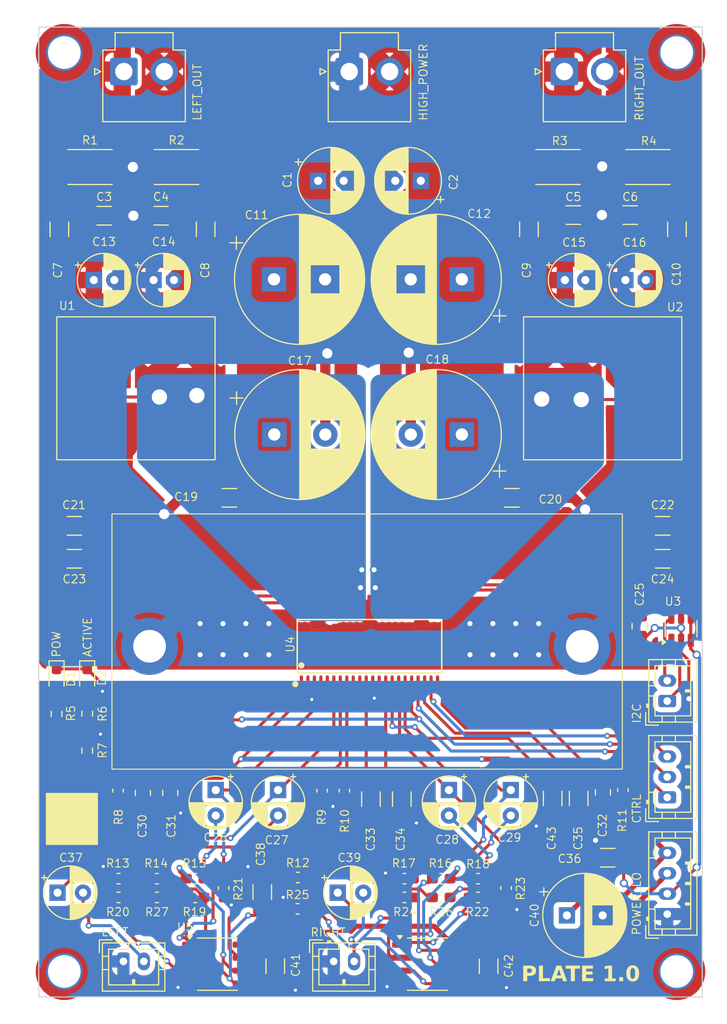
<source format=kicad_pcb>
(kicad_pcb (version 20240108) (generator "pcbnew") (generator_version "8.0")
  (layers (0 "F.Cu" signal) (31 "B.Cu" signal) (34 "B.Paste" user) (35 "F.Paste" user) (36 "B.SilkS" user "B.Silkscreen") (37 "F.SilkS" user "F.Silkscreen") (38 "B.Mask" user) (39 "F.Mask" user) (44 "Edge.Cuts" user))
  (net 0 "")
  (net 1 "GND")
  (net 2 "3V3")
  (net 3 "CLIP")
  (net 4 "RESET")
  (net 5 "FAULT")
  (net 6 "48V")
  (net 7 "RIGHT_A")
  (net 8 "LEFT_A")
  (net 9 "12V")
  (net 10 "SPEAKERL_POS")
  (net 11 "SPEAKERL_NEG")
  (net 12 "LEFT_IN")
  (net 13 "SPEAKERR_POS")
  (net 14 "SPEAKERR_NEG")
  (net 15 "RIGHT_IN")
  (net 16 "OUTA")
  (net 17 "OUTC")
  (net 18 "OUTD")
  (net 19 "OUTB")
  (net 20 "RIGHT_B")
  (net 21 "LEFT_B")
  (net 22 "Net-(C7-Pad2)")
  (net 23 "Net-(C8-Pad1)")
  (net 24 "Net-(C9-Pad2)")
  (net 25 "Net-(C10-Pad1)")
  (net 26 "Net-(U5A--)")
  (net 27 "Net-(D1-A)")
  (net 28 "Net-(U5B--)")
  (net 29 "4.75V")
  (net 30 "9.5V")
  (net 31 "SCL")
  (net 32 "SDA")
  (net 33 "Net-(D2-A)")
  (net 34 "Net-(U4-BST_B)")
  (net 35 "Net-(U4-BST_C)")
  (net 36 "Net-(U4-BST_A)")
  (net 37 "Net-(U4-BST_D)")
  (net 38 "Net-(C27-Pad2)")
  (net 39 "Net-(U6A--)")
  (net 40 "Net-(C29-Pad2)")
  (net 41 "Net-(U4-GVDD_AB)")
  (net 42 "Net-(U4-GVDD_CD)")
  (net 43 "Net-(U4-DVDD)")
  (net 44 "Net-(U4-AVDD)")
  (net 45 "Net-(U4-VBG)")
  (net 46 "Net-(U4-OC_ADJ)")
  (net 47 "Net-(U4-FREQ_ADJ)")
  (net 48 "Net-(U6B--)")
  (net 51 "PGND")
  (net 52 "Net-(C26-Pad2)")
  (net 53 "Net-(C28-Pad2)")
  (net 54 "Net-(C37-Pad1)")
  (net 55 "Net-(C39-Pad1)")
  (net 56 "Net-(U4-C_START)")
  (footprint "Capacitor_THT:CP_Radial_D5.0mm_P2.00mm" (layer "F.Cu") (at 105.55 83.025)
    (property "Reference" "C13")
    (property "Value" "1u 50V")
  )
  (footprint "Capacitor_SMD:C_0603_1608Metric_Pad1.08x0.95mm_HandSolder" (layer "F.Cu") (at 125.530112 141.5375)
    (property "Reference" "R12")
    (property "Value" "10k")
  )
  (footprint "Resistor_SMD:R_2512_6332Metric_Pad1.40x3.35mm_HandSolder" (layer "F.Cu") (at 151.025 71.95)
    (property "Reference" "R3")
    (property "Value" "3R3")
  )
  (footprint "Package_SO:SOIC-8_3.9x4.9mm_P1.27mm" (layer "F.Cu") (at 138.225 150.025)
    (property "Reference" "U6" (hide yes))
    (property "Value" "OPA1602")
  )
  (footprint "Capacitor_SMD:C_0603_1608Metric_Pad1.08x0.95mm_HandSolder" (layer "F.Cu") (at 143.1875 141.649873)
    (property "Reference" "R18")
    (property "Value" "10k")
  )
  (footprint "Connector_JST:JST_PH_B3B-PH-K_1x03_P2.00mm_Vertical" (layer "F.Cu") (at 161.725 133.6905 90)
    (property "Reference" "J5" (hide yes))
    (property "Value" "Conn_01x03_Pin")
  )
  (footprint "Connector_JST:JST_VH_B2P-VH-B_1x02_P3.96mm_Vertical" (layer "F.Cu") (at 108.4925 62.6)
    (property "Reference" "J1" (hide yes))
    (property "Value" "Conn_01x02_Pin")
  )
  (footprint "Capacitor_THT:CP_Radial_D6.3mm_P2.50mm" (layer "F.Cu") (at 137.58238 73.3 180)
    (property "Reference" "C2")
    (property "Value" "47U 50V")
  )
  (footprint "Connector_JST:JST_PH_B2B-PH-K_1x02_P2.00mm_Vertical" (layer "F.Cu") (at 108.45 149.755)
    (property "Reference" "J7" (hide yes))
    (property "Value" "Conn_01x02_Pin")
  )
  (footprint "Custom:UA8014-AL" (layer "F.Cu") (at 109.775 93.725 180)
    (property "Reference" "U1")
    (property "Value" "~")
  )
  (footprint "Connector_JST:JST_PH_B2B-PH-K_1x02_P2.00mm_Vertical" (layer "F.Cu") (at 161.725 124.256 90)
    (property "Reference" "J4" (hide yes))
    (property "Value" "Conn_01x02_Pin")
  )
  (footprint "MountingHole:MountingHole_3.2mm_M3_DIN965_Pad_TopBottom" (layer "F.Cu") (at 153.4 118.89)
    (property "Reference" "H4" (hide yes))
    (property "Value" "MountingHole_Pad")
  )
  (footprint "Capacitor_SMD:C_1206_3216Metric_Pad1.33x1.80mm_HandSolder" (layer "F.Cu") (at 152.525 76.6575)
    (property "Reference" "C5")
    (property "Value" "1n 50V C0G")
  )
  (footprint "MountingHole:MountingHole_3.2mm_M3_DIN965_Pad_TopBottom" (layer "F.Cu") (at 111.01 118.89 90)
    (property "Reference" "H3" (hide yes))
    (property "Value" "MountingHole_Pad")
  )
  (footprint "Capacitor_SMD:C_1206_3216Metric_Pad1.33x1.80mm_HandSolder" (layer "F.Cu") (at 161.282934 110.318)
    (property "Reference" "C24")
    (property "Value" "33n 100V")
  )
  (footprint "Capacitor_SMD:C_1206_3216Metric_Pad1.33x1.80mm_HandSolder" (layer "F.Cu") (at 155.9 139.6 180)
    (property "Reference" "C36")
    (property "Value" "10u 50V")
  )
  (footprint "MountingHole:MountingHole_3.2mm_M3_DIN965_Pad_TopOnly" (layer "F.Cu") (at 162.655 150.74 -90)
    (property "Reference" "H6" (hide yes))
    (property "Value" "MountingHole")
  )
  (footprint "MountingHole:MountingHole_3.2mm_M3_DIN965_Pad_TopOnly" (layer "F.Cu") (at 162.655 60.74 -90)
    (property "Reference" "H2" (hide yes))
    (property "Value" "MountingHole")
  )
  (footprint "MountingHole:MountingHole_3.2mm_M3_DIN965_Pad_TopOnly" (layer "F.Cu") (at 102.655 150.74 -90)
    (property "Reference" "H5" (hide yes))
    (property "Value" "MountingHole")
  )
  (footprint "Capacitor_THT:CP_Radial_D5.0mm_P2.50mm" (layer "F.Cu") (at 146.4 132.969888 -90)
    (property "Reference" "C29")
    (property "Value" "10u Nichicon 25V")
  )
  (footprint "Capacitor_SMD:C_0603_1608Metric_Pad1.08x0.95mm_HandSolder" (layer "F.Cu") (at 115.480449 143.489873)
    (property "Reference" "R19")
    (property "Value" "13k")
  )
  (footprint "Package_SO:SOIC-8_3.9x4.9mm_P1.27mm" (layer "F.Cu") (at 117.65 150.025)
    (property "Reference" "U5")
    (property "Value" "OPA1602")
  )
  (footprint "Capacitor_SMD:C_0603_1608Metric_Pad1.08x0.95mm_HandSolder" (layer "F.Cu") (at 115.480449 141.649873)
    (property "Reference" "R15")
    (property "Value" "10k")
  )
  (footprint "Capacitor_SMD:C_1206_3216Metric_Pad1.33x1.80mm_HandSolder" (layer "F.Cu") (at 103.644 110.318 180)
    (property "Reference" "C23")
    (property "Value" "33n 100V")
  )
  (footprint "Capacitor_THT:CP_Radial_D5.0mm_P2.50mm" (layer "F.Cu") (at 123.6 132.969888 -90)
    (property "Reference" "C27")
    (property "Value" "10u Nichicon 25V")
  )
  (footprint "Capacitor_SMD:C_1206_3216Metric_Pad1.33x1.80mm_HandSolder" (layer "F.Cu") (at 158.1 76.6575)
    (property "Reference" "C6")
    (property "Value" "1n 50V C0G")
  )
  (footprint "Resistor_SMD:R_0603_1608Metric_Pad0.98x0.95mm_HandSolder" (layer "F.Cu") (at 104.9 125.5 90)
    (property "Reference" "R6")
    (property "Value" "330R")
  )
  (footprint "Capacitor_SMD:C_0603_1608Metric_Pad1.08x0.95mm_HandSolder" (layer "F.Cu") (at 107.980449 143.489873)
    (property "Reference" "R20")
    (property "Value" "20k")
  )
  (footprint "Resistor_SMD:R_2512_6332Metric_Pad1.40x3.35mm_HandSolder" (layer "F.Cu") (at 105.175 71.95)
    (property "Reference" "R1")
    (property "Value" "3R3")
  )
  (footprint "Capacitor_SMD:C_0805_2012Metric_Pad1.18x1.45mm_HandSolder" (layer "F.Cu") (at 113.038145 133.260113 90)
    (property "Reference" "C31")
    (property "Value" "0.1u")
  )
  (footprint "Capacitor_SMD:C_1206_3216Metric_Pad1.33x1.80mm_HandSolder" (layer "F.Cu") (at 118.825 104.35 180)
    (property "Reference" "C19")
    (property "Value" "1U X7R 50V")
  )
  (footprint "Capacitor_THT:CP_Radial_D5.0mm_P2.50mm" (layer "F.Cu") (at 129.444888 143.025)
    (property "Reference" "C39")
    (property "Value" "10u Nichicon 25V")
  )
  (footprint "Capacitor_THT:CP_Radial_D12.5mm_P5.00mm" (layer "F.Cu") (at 123.203123 82.95)
    (property "Reference" "C11")
    (property "Value" "1000U 50V")
  )
  (footprint "Capacitor_SMD:C_1206_3216Metric_Pad1.33x1.80mm_HandSolder" (layer "F.Cu") (at 162.675 78.05 -90)
    (property "Reference" "C10")
    (property "Value" "10n 50V C0G")
  )
  (footprint "Capacitor_SMD:C_0603_1608Metric_Pad1.08x0.95mm_HandSolder" (layer "F.Cu") (at 143.1875 143.489873)
    (property "Reference" "R22")
    (property "Value" "13k")
  )
  (footprint "Capacitor_SMD:C_0805_2012Metric_Pad1.18x1.45mm_HandSolder" (layer "F.Cu") (at 155.425776 133.2 -90)
    (property "Reference" "C32")
    (property "Value" "0.1u")
  )
  (footprint "Capacitor_THT:CP_Radial_D12.5mm_P5.00mm" (layer "F.Cu") (at 141.6 98.15 180)
    (property "Reference" "C18")
    (property "Value" "1000U 50V")
  )
  (footprint "Capacitor_SMD:C_0603_1608Metric_Pad1.08x0.95mm_HandSolder" (layer "F.Cu") (at 118.267949 142.569873 90)
    (property "Reference" "R21")
    (property "Value" "20k")
  )
  (footprint "Capacitor_SMD:C_1206_3216Metric_Pad1.33x1.80mm_HandSolder" (layer "F.Cu") (at 161.282934 107.093)
    (property "Reference" "C22")
    (property "Value" "33n 100V")
  )
  (footprint "Connector_JST:JST_PH_B4B-PH-K_1x04_P2.00mm_Vertical" (layer "F.Cu") (at 161.725 145.125 90)
    (property "Reference" "J6" (hide yes))
    (property "Value" "Conn_01x04_Pin")
  )
  (footprint "Capacitor_SMD:C_0603_1608Metric_Pad1.08x0.95mm_HandSolder" (layer "F.Cu") (at 107.924485 133.030113 90)
    (property "Reference" "R8")
    (property "Value" "3R3")
  )
  (footprint "Resistor_SMD:R_2512_6332Metric_Pad1.40x3.35mm_HandSolder" (layer "F.Cu") (at 113.651653 71.95)
    (property "Reference" "R2")
    (property "Value" "3R3")
  )
  (footprint "Capacitor_SMD:C_1206_3216Metric_Pad1.33x1.80mm_HandSolder" (layer "F.Cu") (at 106.5625 76.72)
    (property "Reference" "C3")
    (property "Value" "1n 50V C0G")
  )
  (footprint "Capacitor_SMD:C_1206_3216Metric_Pad1.33x1.80mm_HandSolder" (layer "F.Cu") (at 112.13783 76.72)
    (property "Reference" "C4")
    (property "Value" "1n 50V C0G")
  )
  (footprint "LED_SMD:LED_0603_1608Metric_Pad1.05x0.95mm_HandSolder" (layer "F.Cu") (at 104.9 121.98 -90)
    (property "Reference" "D2")
    (property "Value" "RED")
  )
  (footprint "Connector_JST:JST_VH_B2P-VH-B_1x02_P3.96mm_Vertical" (layer "F.Cu") (at 130.5675 62.6)
    (property "Reference" "J2" (hide yes))
    (property "Value" "Conn_01x02_Pin")
  )
  (footprint "Capacitor_SMD:C_0603_1608Metric_Pad1.08x0.95mm_HandSolder" (layer "F.Cu") (at 157.383664 132.97 90)
    (property "Reference" "R11")
    (property "Value" "3R3")
  )
  (footprint "Capacitor_THT:CP_Radial_D5.0mm_P2.00mm" (layer "F.Cu") (at 157.625 83.025)
    (property "Reference" "C16")
    (property "Value" "1u 50V")
  )
  (footprint "Capacitor_THT:CP_Radial_D12.5mm_P5.00mm" (layer "F.Cu") (at 123.227082 98.15)
    (property "Reference" "C17")
    (property "Value" "1000U 50V")
  )
  (footprint "Capacitor_THT:CP_Radial_D6.3mm_P2.50mm" (layer "F.Cu") (at 127.525 73.3)
    (property "Reference" "C1")
    (property "Value" "47U 50V")
  )
  (footprint "Package_TO_SOT_SMD:SOT-23-6" (layer "F.Cu") (at 163.08 117.176 90)
    (property "Reference" "U3")
    (property "Value" "TMP100")
  )
  (footprint "Capacitor_SMD:C_0805_2012Metric_Pad1.18x1.45mm_HandSolder" (layer "F.Cu") (at 110.356315 133.260113 -90)
    (property "Reference" "C30")
    (property "Value" "0.1u")
  )
  (footprint "Resistor_SMD:R_0603_1608Metric_Pad0.98x0.95mm_HandSolder" (layer "F.Cu") (at 104.9 129.1125 90)
    (property "Reference" "R7")
    (property "Value" "4.7K")
  )
  (footprint "Capacitor_SMD:C_0805_2012Metric_Pad1.18x1.45mm_HandSolder" (layer "F.Cu") (at 159.016 116.922 90)
    (property "Reference" "C25")
    (property "Value" "0.1u")
  )
  (footprint "Capacitor_SMD:C_1206_3216Metric_Pad1.33x1.80mm_HandSolder" (layer "F.Cu") (at 103.644 107.093 180)
    (property "Reference" "C21")
    (property "Value" "33n 100V")
  )
  (footprint "Capacitor_SMD:C_1206_3216Metric_Pad1.33x1.80mm_HandSolder" (layer "F.Cu") (at 153.047888 133.8 90)
    (property "Reference" "C35")
    (property "Value" "1u")
  )
  (footprint "Capacitor_SMD:C_1206_3216Metric_Pad1.33x1.80mm_HandSolder" (layer "F.Cu") (at 146.5 104.35)
    (property "Reference" "C20")
    (property "Value" "1U X7R 50V")
  )
  (footprint "Capacitor_SMD:C_1206_3216Metric_Pad1.33x1.80mm_HandSolder" (layer "F.Cu") (at 144.225 150.245 -90)
    (property "Reference" "C42")
    (property "Value" "10u 50V")
  )
  (footprint "Capacitor_THT:CP_Radial_D5.0mm_P2.00mm" (layer "F.Cu") (at 151.694888 83.025)
    (property "Reference" "C15")
    (property "Value" "1u 50V")
  )
  (footprint "Capacitor_SMD:C_0603_1608Metric_Pad1.08x0.95mm_HandSolder" (layer "F.Cu") (at 139.5875 141.649873)
    (property "Reference" "R16")
    (property "Value" "10k")
  )
  (footprint "Capacitor_SMD:C_1206_3216Metric_Pad1.33x1.80mm_HandSolder" (layer "F.Cu") (at 102.175 78.05 90)
    (property "Reference" "C7")
    (property "Value" "10n 50V C0G")
  )
  (footprint "Capacitor_SMD:C_0603_1608Metric_Pad1.08x0.95mm_HandSolder" (layer "F.Cu") (at 125.505112 144.6125)
    (property "Reference" "R25")
    (property "Value" "10k")
  )
  (footprint "Capacitor_THT:CP_Radial_D5.0mm_P2.50mm" (layer "F.Cu") (at 117.489975 132.969888 -90)
    (property "Reference" "C26")
    (property "Value" "10u Nichicon 25V")
  )
  (footprint "Capacitor_SMD:C_0603_1608Metric_Pad1.08x0.95mm_HandSolder" (layer "F.Cu") (at 107.980449 141.649873)
    (property "Reference" "R13")
    (property "Value" "20k")
  )
  (footprint "Capacitor_SMD:C_1206_3216Metric_Pad1.33x1.80mm_HandSolder" (layer "F.Cu") (at 135.719125 133.860113 90)
    (property "Reference" "C34")
    (property "Value" "1u")
  )
  (footprint "Custom:UA8014-AL" (layer "F.Cu") (at 155.5 93.725 180)
    (property "Reference" "U2")
    (property "Value" "~")
  )
  (footprint "Capacitor_SMD:C_1206_3216Metric_Pad1.33x1.80mm_HandSolder" (layer "F.Cu") (at 116.501653 78.05 -90)
    (property "Reference" "C8")
    (property "Value" "10n 50V C0G")
  )
  (footprint "Capacitor_THT:CP_Radial_D5.0mm_P2.50mm" (layer "F.Cu") (at 140.340955 132.969888 -90)
    (property "Reference" "C28")
    (property "Value" "10u Nichicon 25V")
  )
  (footprint "Capacitor_SMD:C_1206_3216Metric_Pad1.33x1.80mm_HandSolder" (layer "F.Cu") (at 122.05 142.9625 90)
    (property "Reference" "C38")
    (property "Value" "47u")
  )
  (footprint "Capacitor_SMD:C_0603_1608Metric_Pad1.08x0.95mm_HandSolder" (layer "F.Cu") (at 139.5875 143.489873 180)
    (property "Reference" "R26")
    (property "Value" "10k")
  )
  (footprint "Capacitor_SMD:C_0603_1608Metric_Pad1.08x0.95mm_HandSolder" (layer "F.Cu") (at 135.9875 141.649873)
    (property "Reference" "R17")
    (property "Value" "20k")
  )
  (footprint "Capacitor_SMD:C_1206_3216Metric_Pad1.33x1.80mm_HandSolder" (layer "F.Cu") (at 132.697295 133.860113 90)
    (property "Reference" "C33")
    (property "Value" "1u")
  )
  (footprint "Capacitor_SMD:C_0603_1608Metric_Pad1.08x0.95mm_HandSolder" (layer "F.Cu") (at 111.730449 141.649873)
    (property "Reference" "R14")
    (property "Value" "10k")
  )
  (footprint "Capacitor_THT:CP_Radial_D8.0mm_P3.50mm" (layer "F.Cu") (at 151.897349 145.25)
    (property "Reference" "C40")
    (property "Value" "470u 16V")
  )
  (footprint "Capacitor_THT:CP_Radial_D5.0mm_P2.00mm" (layer "F.Cu") (at 111.4 83.025)
    (property "Reference" "C14")
    (property "Value" "1u 50V")
  )
  (footprint "Connector_JST:JST_PH_B2B-PH-K_1x02_P2.00mm_Vertical" (layer "F.Cu") (at 129.05 149.755)
    (property "Reference" "J8" (hide yes))
    (property "Value" "Conn_01x02_Pin")
  )
  (footprint "Capacitor_SMD:C_1206_3216Metric_Pad1.33x1.80mm_HandSolder" (layer "F.Cu") (at 148.175 78.05 90)
    (property "Reference" "C9")
    (property "Value" "10n 50V C0G")
  )
  (footprint "Resistor_SMD:R_0603_1608Metric_Pad0.98x0.95mm_HandSolder" (layer "F.Cu") (at 101.9 125.5125 90)
    (property "Reference" "R5")
    (property "Value" "3K")
  )
  (footprint "Capacitor_SMD:C_0603_1608Metric_Pad1.08x0.95mm_HandSolder" (layer "F.Cu") (at 130.095465 133.030113 90)
    (property "Reference" "R10")
    (property "Value" "30k")
  )
  (footprint "MountingHole:MountingHole_3.2mm_M3_DIN965_Pad_TopOnly" (layer "F.Cu") (at 102.655 60.74 -90)
    (property "Reference" "H1" (hide yes))
    (property "Value" "MountingHole")
  )
  (footprint "Capacitor_SMD:C_0603_1608Metric_Pad1.08x0.95mm_HandSolder" (layer "F.Cu") (at 135.9875 143.489873)
    (property "Reference" "R24")
    (property "Value" "20k")
  )
  (footprint "Resistor_SMD:R_2512_6332Metric_Pad1.40x3.35mm_HandSolder" (layer "F.Cu") (at 159.825 71.95)
    (property "Reference" "R4")
    (property "Value" "3R3")
  )
  (footprint "Capacitor_SMD:C_0603_1608Metric_Pad1.08x0.95mm_HandSolder" (layer "F.Cu") (at 127.913635 133.030113 90)
    (property "Reference" "R9")
    (property "Value" "22k")
  )
  (footprint "Capacitor_THT:CP_Radial_D5.0mm_P2.50mm" (layer "F.Cu") (at 101.994888 143.025)
    (property "Reference" "C37")
    (property "Value" "10u Nichicon 25V")
  )
  (footprint "Capacitor_SMD:C_0603_1608Metric_Pad1.08x0.95mm_HandSolder" (layer "F.Cu") (at 111.730449 143.489873 180)
    (property "Reference" "R27")
    (property "Value" "10k")
  )
  (footprint "Capacitor_SMD:C_1206_3216Metric_Pad1.33x1.80mm_HandSolder" (layer "F.Cu") (at 123.325 150.225 -90)
    (property "Reference" "C41")
    (property "Value" "10u 50V")
  )
  (footprint "Capacitor_SMD:C_1206_3216Metric_Pad1.33x1.80mm_HandSolder" (layer "F.Cu") (at 150.5 133.8 90)
    (property "Reference" "C43")
    (property "Value" "47u")
  )
  (footprint "Capacitor_SMD:C_0603_1608Metric_Pad1.08x0.95mm_HandSolder" (layer "F.Cu") (at 145.9375 142.569873 90)
    (property "Reference" "R23")
    (property "Value" "20k")
  )
  (footprint "LED_SMD:LED_0603_1608Metric_Pad1.05x0.95mm_HandSolder" (layer "F.Cu") (at 101.9 121.98 -90)
    (property "Reference" "D1")
    (property "Value" "BLUE")
  )
  (footprint "Connector_JST:JST_VH_B2P-VH-B_1x02_P3.96mm_Vertical" (layer "F.Cu") (at 151.6425 62.6)
    (property "Reference" "J3" (hide yes))
    (property "Value" "Conn_01x02_Pin")
  )
  (footprint "Capacitor_THT:CP_Radial_D12.5mm_P5.00mm" (layer "F.Cu") (at 141.6 82.95 180)
    (property "Reference" "C12")
    (property "Value" "1000U 50V")
  )
  (footprint "easyeda2kicad:HTSSOP-44_L14.0-W6.1-P0.64-LS8.1-BL-EP" (layer "F.Cu") (at 132.555 118.89)
    (property "Reference" "U4")
    (property "Value" "TPA3255DDV")
  )
  (gr_line (start 104.9 124.5) (end 104.9 123) (stroke (width 0.2)) (layer "F.Cu") (net 33))
  (gr_rect (start 107.325 105.925) (end 157.325 130.925) (stroke (width 0.1)) (fill none) (layer "F.SilkS"))
  (gr_rect (start 100.9 133.3) (end 105.9 138.3) (stroke (width 0.1)) (fill solid) (layer "F.SilkS"))
  (gr_line (start 100.155 58.24) (end 165.155 58.24) (stroke (width 0.1)) (layer "Edge.Cuts"))
  (gr_line (start 165.155 153.24) (end 165.155 58.24) (stroke (width 0.1)) (layer "Edge.Cuts"))
  (gr_line (start 165.155 153.24) (end 100.155 153.24) (stroke (width 0.1)) (layer "Edge.Cuts"))
  (gr_line (start 100.155 153.24) (end 100.155 58.24) (stroke (width 0.1)) (layer "Edge.Cuts"))
  (gr_text "HIGH_POWER" (at 138.3 67.475 90) (layer "F.SilkS") (effects (font (size 0.8 0.8) (thickness 0.1)) (justify left bottom)))
  (gr_text "LEFT" (at 106.225 147.35 0) (layer "F.SilkS") (effects (font (size 0.8 0.8) (thickness 0.1)) (justify left bottom)))
  (gr_text "LEFT_OUT" (at 116.15 67.475 90) (layer "F.SilkS") (effects (font (size 0.8 0.8) (thickness 0.1)) (justify left bottom)))
  (gr_text "I2C" (at 159.2 126.5 90) (layer "F.SilkS") (effects (font (size 0.8 0.8) (thickness 0.1)) (justify left bottom)))
  (gr_text "RIGHT" (at 126.725 147.375 0) (layer "F.SilkS") (effects (font (size 0.8 0.8) (thickness 0.1)) (justify left bottom)))
  (gr_text "ACTIVE" (at 105.4 120 90) (layer "F.SilkS") (effects (font (size 0.8 0.8) (thickness 0.1)) (justify left bottom)))
  (gr_text "POW" (at 102.35 120.03 90) (layer "F.SilkS") (effects (font (size 0.8 0.8) (thickness 0.1)) (justify left bottom)))
  (gr_text "PLATE 1.0\n" (at 159.075 151.95 0) (layer "F.SilkS") (effects (font (size 1.5 1.5) (thickness 0.2) (bold yes)) (justify right bottom)))
  (gr_text "RIGHT_OUT" (at 159.463215 67.475 90) (layer "F.SilkS") (effects (font (size 0.8 0.8) (thickness 0.1)) (justify left bottom)))
  (gr_text "POWER_LO" (at 159.2 147.25 90) (layer "F.SilkS") (effects (font (size 0.8 0.8) (thickness 0.1)) (justify left bottom)))
  (gr_text "CTRL\n" (at 159.2 136.3 90) (layer "F.SilkS") (effects (font (size 0.8 0.8) (thickness 0.1)) (justify left bottom)))
  (segment (start 123.325 151.7875) (end 124.5125 151.7875) (width 0.3) (layer "F.Cu") (net 1))
  (segment (start 135.719125 135.422613) (end 132.697295 135.422613) (width 0.3) (layer "F.Cu") (net 1))
  (segment (start 132.875 122.6) (end 133.505 122.6) (width 0.3) (layer "F.Cu") (net 1))
  (segment (start 104.9 121.105) (end 101.9 121.105) (width 0.3) (layer "F.Cu") (net 1))
  (segment (start 150.0375 135.3625) (end 148.9 136.5) (width 0.3) (layer "F.Cu") (net 1))
  (segment (start 163.842 120.278894) (end 163.842 124.034) (width 0.3) (layer "F.Cu") (net 1))
  (segment (start 145.4575 151.8075) (end 145.975 152.325) (width 0.3) (layer "F.Cu") (net 1))
  (segment (start 154.15 139.6) (end 154.15 138.45) (width 0.3) (layer "F.Cu") (net 1))
  (segment (start 159.016 117.9595) (end 159.6405 117.9595) (width 0.3) (layer "F.Cu") (net 1))
  (segment (start 128.975 133.892613) (end 128.975 134.575) (width 0.3) (layer "F.Cu") (net 1))
  (segment (start 163.08 117.1) (end 163.08 118.3135) (width 0.3) (layer "F.Cu") (net 1))
  (segment (start 145.9375 143.6125) (end 147 144.675) (width 0.3) (layer "F.Cu") (net 1))
  (segment (start 107.117949 141.649873) (end 107.117949 141.092949) (width 0.3) (layer "F.Cu") (net 1))
  (segment (start 130.095465 133.892613) (end 128.975 133.892613) (width 0.3) (layer "F.Cu") (net 1))
  (segment (start 113.038145 134.297613) (end 110.356315 134.297613) (width 0.3) (layer "F.Cu") (net 1))
  (segment (start 159.6405 117.9595) (end 160.5 117.1) (width 0.3) (layer "F.Cu") (net 1))
  (segment (start 136.372613 135.422613) (end 137.15 136.2) (width 0.3) (layer "F.Cu") (net 1))
  (segment (start 135.125 141.649873) (end 134.674873 141.649873) (width 0.3) (layer "F.Cu") (net 1))
  (segment (start 144.225 151.8075) (end 145.4575 151.8075) (width 0.3) (layer "F.Cu") (net 1))
  (segment (start 104.9 128.2) (end 105.5 128.2) (width 0.3) (layer "F.Cu") (net 1))
  (segment (start 134.57 151.93) (end 134.275 152.225) (width 0.3) (layer "F.Cu") (net 1))
  (segment (start 124.5125 151.7875) (end 125.3 152.575) (width 0.3) (layer "F.Cu") (net 1))
  (segment (start 115.175 151.93) (end 114.17 151.93) (width 0.3) (layer "F.Cu") (net 1))
  (segment (start 114.17 151.93) (end 113.8 152.3) (width 0.3) (layer "F.Cu") (net 1))
  (segment (start 127.155 123.845) (end 126.9 124.1) (width 0.3) (layer "F.Cu") (net 1))
  (segment (start 107.117949 141.092949) (end 106.475 140.45) (width 0.3) (layer "F.Cu") (net 1))
  (segment (start 127.155 122.6) (end 127.155 123.845) (width 0.3) (layer "F.Cu") (net 1))
  (segment (start 154.172888 134.2375) (end 153.047888 135.3625) (width 0.3) (layer "F.Cu") (net 1))
  (segment (start 128.975 133.892613) (end 127.913635 133.892613) (width 0.3) (layer "F.Cu") (net 1))
  (segment (start 127.155 122.6) (end 127.795 122.6) (width 0.3) (layer "F.Cu") (net 1))
  (segment (start 154.15 138.45) (end 154.7 137.9) (width 0.3) (layer "F.Cu") (net 1))
  (segment (start 121.575 141.4) (end 120.65 140.475) (width 0.3) (layer "F.Cu") (net 1))
  (segment (start 113.122613 134.297613) (end 114.05 135.225) (width 0.3) (layer "F.Cu") (net 1))
  (segment (start 104.9 121.105) (end 106.4 122.605) (width 0.3) (layer "F.Cu") (net 1))
  (segment (start 150.5 135.3625) (end 153.047888 135.3625) (width 0.3) (layer "F.Cu") (net 1))
  (segment (start 134.674873 141.649873) (end 134.125 141.1) (width 0.3) (layer "F.Cu") (net 1))
  (segment (start 124.642612 144.017612) (end 124.1 143.475) (width 0.3) (layer "F.Cu") (net 1))
  (segment (start 105.5 128.2) (end 106.2 127.5) (width 0.3) (layer "F.Cu") (net 1))
  (segment (start 163.08 116.0385) (end 163.08 117.1) (width 0.3) (layer "F.Cu") (net 1))
  (segment (start 135.75 151.93) (end 134.57 151.93) (width 0.3) (layer "F.Cu") (net 1))
  (segment (start 124.642612 144.6125) (end 124.642612 144.017612) (width 0.3) (layer "F.Cu") (net 1))
  (segment (start 132.875 122.6) (end 132.875 123.825) (width 0.3) (layer "F.Cu") (net 1))
  (segment (start 155.425776 134.2375) (end 154.172888 134.2375) (width 0.3) (layer "F.Cu") (net 1))
  (segment (start 106.4 122.605) (end 106.4 123.3) (width 0.3) (layer "F.Cu") (net 1))
  (segment (start 118.267949 143.467949) (end 119.025 144.225) (width 0.3) (layer "F.Cu") (net 1))
  (segment (start 163.08 118.3135) (end 163.08 119.516894) (width 0.3) (layer "F.Cu") (net 1))
  (segment (start 132.875 123.825) (end 133.025 123.975) (width 0.3) (layer "F.Cu") (net 1))
  (segment (start 163.08 119.516894) (end 163.842 120.278894) (width 0.3) (layer "F.Cu") (net 1))
  (via (at 125.3 152.575) (size 0.6) (drill 0.3) (layers "F.Cu" "B.Cu") (net 1))
  (via (at 119.025 144.225) (size 0.6) (drill 0.3) (layers "F.Cu" "B.Cu") (net 1))
  (via (at 160.5 117.1) (size 0.8) (drill 0.5) (layers "F.Cu" "B.Cu") (net 1))
  (via (at 113.8 152.3) (size 0.6) (drill 0.3) (layers "F.Cu" "B.Cu") (net 1))
  (via (at 114.05 135.225) (size 0.6) (drill 0.3) (layers "F.Cu" "B.Cu") (net 1))
  (via (at 106.2 127.5) (size 0.6) (drill 0.3) (layers "F.Cu" "B.Cu") (net 1))
  (via (at 137.15 136.2) (size 0.6) (drill 0.3) (layers "F.Cu" "B.Cu") (net 1))
  (via (at 128.975 134.575) (size 0.6) (drill 0.3) (layers "F.Cu" "B.Cu") (net 1))
  (via (at 126.9 124.1) (size 0.6) (drill 0.3) (layers "F.Cu" "B.Cu") (net 1))
  (via (at 163.08 117.1) (size 0.8) (drill 0.5) (layers "F.Cu" "B.Cu") (net 1))
  (via (at 163.842 124.034) (size 0.8) (drill 0.5) (layers "F.Cu" "B.Cu") (net 1))
  (via (at 124.1 143.475) (size 0.6) (drill 0.3) (layers "F.Cu" "B.Cu") (net 1))
  (via (at 106.475 140.45) (size 0.6) (drill 0.3) (layers "F.Cu" "B.Cu") (net 1))
  (via (at 133.025 123.975) (size 0.6) (drill 0.3) (layers "F.Cu" "B.Cu") (net 1))
  (via (at 120.65 140.475) (size 0.6) (drill 0.3) (layers "F.Cu" "B.Cu") (net 1))
  (via (at 134.275 152.225) (size 0.6) (drill 0.3) (layers "F.Cu" "B.Cu") (net 1))
  (via (at 154.7 137.9) (size 0.8) (drill 0.5) (layers "F.Cu" "B.Cu") (net 1))
  (via (at 134.125 141.1) (size 0.6) (drill 0.3) (layers "F.Cu" "B.Cu") (net 1))
  (via (at 147 144.675) (size 0.6) (drill 0.3) (layers "F.Cu" "B.Cu") (net 1))
  (via (at 148.9 136.5) (size 0.6) (drill 0.3) (layers "F.Cu" "B.Cu") (net 1))
  (via (at 106.4 123.3) (size 0.6) (drill 0.3) (layers "F.Cu" "B.Cu") (net 1))
  (via (at 145.975 152.325) (size 0.6) (drill 0.3) (layers "F.Cu" "B.Cu") (net 1))
  (segment (start 160.5 117.1) (end 163.08 117.1) (width 0.3) (layer "B.Cu") (net 1))
  (segment (start 164.03 116.0385) (end 164.03 118.3135) (width 0.3) (layer "F.Cu") (net 2))
  (segment (start 164.03 118.3135) (end 164.03 119.142) (width 0.3) (layer "F.Cu") (net 2))
  (segment (start 157.4625 142.072528) (end 157.483589 142.093617) (width 0.3) (layer "F.Cu") (net 2))
  (segment (start 164.03 119.142) (end 164.604 119.716) (width 0.3) (layer "F.Cu") (net 2))
  (segment (start 159.8745 115.026) (end 159.016 115.8845) (width 0.3) (layer "F.Cu") (net 2))
  (segment (start 163.441262 115.026) (end 159.8745 115.026) (width 0.3) (layer "F.Cu") (net 2))
  (segment (start 164.604 140.544) (end 162.023 143.125) (width 0.3) (layer "F.Cu") (net 2))
  (segment (start 164.03 115.614738) (end 163.441262 115.026) (width 0.3) (layer "F.Cu") (net 2))
  (segment (start 157.4625 139.6) (end 157.4625 142.072528) (width 0.3) (layer "F.Cu") (net 2))
  (via (at 164.604 119.716) (size 0.8) (drill 0.5) (layers "F.Cu" "B.Cu") (net 2))
  (via (at 157.483589 142.093617) (size 0.8) (drill 0.5) (layers "F.Cu" "B.Cu") (net 2))
  (via (at 164.604 140.544) (size 0.8) (drill 0.5) (layers "F.Cu" "B.Cu") (net 2))
  (segment (start 164.604 119.716) (end 164.896 120.008) (width 0.3) (layer "B.Cu") (net 2))
  (segment (start 158.514972 143.125) (end 157.483589 142.093617) (width 0.3) (layer "B.Cu") (net 2))
  (segment (start 164.896 140.252) (end 164.604 140.544) (width 0.3) (layer "B.Cu") (net 2))
  (segment (start 164.896 120.008) (end 164.896 140.252) (width 0.3) (layer "B.Cu") (net 2))
  (segment (start 161.725 143.125) (end 158.514972 143.125) (width 0.3) (layer "B.Cu") (net 2))
  (segment (start 159.702698 127.668198) (end 155.84002 127.668198) (width 0.3) (layer "F.Cu") (net 3))
  (segment (start 138.585 122.6) (end 138.585 124.07005) (width 0.3) (layer "F.Cu") (net 3))
  (segment (start 138.585 124.07005) (end 138.821607 124.306657) (width 0.3) (layer "F.Cu") (net 3))
  (segment (start 161.725 129.6905) (end 159.702698 127.668198) (width 0.3) (layer "F.Cu") (net 3))
  (via (at 138.821607 124.306657) (size 0.6) (drill 0.3) (layers "F.Cu" "B.Cu") (net 3))
  (via (at 155.84002 127.668198) (size 0.6) (drill 0.3) (layers "F.Cu" "B.Cu") (net 3))
  (segment (start 141.991017 127.668198) (end 138.821607 124.498788) (width 0.3) (layer "B.Cu") (net 3))
  (segment (start 138.821607 124.498788) (end 138.821607 124.306657) (width 0.3) (layer "B.Cu") (net 3))
  (segment (start 155.84002 127.668198) (end 141.991017 127.668198) (width 0.3) (layer "B.Cu") (net 3))
  (segment (start 157.234502 129.200002) (end 155.625 129.200002) (width 0.3) (layer "F.Cu") (net 4))
  (segment (start 136.685 125.285) (end 137.425 126.025) (width 0.3) (layer "F.Cu") (net 4))
  (segment (start 104.075 129.2) (end 104.075 127.2375) (width 0.3) (layer "F.Cu") (net 4))
  (segment (start 120 126.1) (end 105.2125 126.1) (width 0.3) (layer "F.Cu") (net 4))
  (segment (start 104.075 127.2375) (end 104.9 126.4125) (width 0.3) (layer "F.Cu") (net 4))
  (segment (start 105.2125 126.1) (end 104.9 126.4125) (width 0.3) (layer "F.Cu") (net 4))
  (segment (start 136.685 122.6) (end 136.685 125.285) (width 0.3) (layer "F.Cu") (net 4))
  (segment (start 161.725 133.6905) (end 157.234502 129.200002) (width 0.3) (layer "F.Cu") (net 4))
  (segment (start 104.9 130.025) (end 104.075 129.2) (width 0.3) (layer "F.Cu") (net 4))
  (via (at 137.425 126.025) (size 0.6) (drill 0.3) (layers "F.Cu" "B.Cu") (net 4))
  (via (at 120.05 126.05) (size 0.6) (drill 0.3) (layers "F.Cu" "B.Cu") (net 4))
  (via (at 155.625 129.200002) (size 0.6) (drill 0.3) (layers "F.Cu" "B.Cu") (net 4))
  (segment (start 137.425 126.025) (end 140.55 129.15) (width 0.3) (layer "B.Cu") (net 4))
  (segment (start 155.574998 129.15) (end 155.625 129.200002) (width 0.3) (layer "B.Cu") (net 4))
  (segment (start 140.55 129.15) (end 155.574998 129.15) (width 0.3) (layer "B.Cu") (net 4))
  (segment (start 137.425 126.025) (end 120.075 126.025) (width 0.3) (layer "B.Cu") (net 4))
  (segment (start 120.075 126.025) (end 120.05 126.05) (width 0.3) (layer "B.Cu") (net 4))
  (segment (start 137.315 122.6) (end 137.315 124.904998) (width 0.3) (layer "F.Cu") (net 5))
  (segment (start 161.725 131.6905) (end 158.512216 128.477716) (width 0.3) (layer "F.Cu") (net 5))
  (segment (start 158.512216 128.477716) (end 156.099218 128.477716) (width 0.3) (layer "F.Cu") (net 5))
  (segment (start 137.315 124.904998) (end 137.385002 124.975) (width 0.3) (layer "F.Cu") (net 5))
  (via (at 156.099218 128.477716) (size 0.6) (drill 0.3) (layers "F.Cu" "B.Cu") (net 5))
  (via (at 137.385002 124.975) (size 0.6) (drill 0.3) (layers "F.Cu" "B.Cu") (net 5))
  (segment (start 137.385002 124.975) (end 140.887718 128.477716) (width 0.3) (layer "B.Cu") (net 5))
  (segment (start 140.887718 128.477716) (end 156.099218 128.477716) (width 0.3) (layer "B.Cu") (net 5))
  (segment (start 135.5 122.685) (end 135.5 128.128933) (width 0.3) (layer "F.Cu") (net 7))
  (segment (start 135.415 122.6) (end 135.5 122.685) (width 0.3) (layer "F.Cu") (net 7))
  (segment (start 135.5 128.128933) (end 140.340955 132.969888) (width 0.3) (layer "F.Cu") (net 7))
  (segment (start 145.9375 138.566433) (end 140.340955 132.969888) (width 0.3) (layer "F.Cu") (net 7))
  (segment (start 145.9375 141.707373) (end 145.9375 138.566433) (width 0.3) (layer "F.Cu") (net 7))
  (segment (start 119.262219 132.969888) (end 117.489975 132.969888) (width 0.3) (layer "F.Cu") (net 8))
  (segment (start 128.425 123.807107) (end 119.262219 132.969888) (width 0.3) (layer "F.Cu") (net 8))
  (segment (start 128.425 122.6) (end 128.425 123.807107) (width 0.3) (layer "F.Cu") (net 8))
  (segment (start 118.267949 141.707373) (end 118.267949 139.25) (width 0.3) (layer "F.Cu") (net 8))
  (via (at 118.267949 139.25) (size 0.6) (drill 0.3) (layers "F.Cu" "B.Cu") (net 8))
  (segment (start 117.489975 132.969888) (end 118.675 134.154913) (width 0.3) (layer "B.Cu") (net 8))
  (segment (start 118.267949 137.382051) (end 118.267949 139.25) (width 0.3) (layer "B.Cu") (net 8))
  (segment (start 118.675 136.975) (end 118.267949 137.382051) (width 0.3) (layer "B.Cu") (net 8))
  (segment (start 118.675 134.154913) (end 118.675 136.975) (width 0.3) (layer "B.Cu") (net 8))
  (segment (start 101.9 129.2) (end 101.9 126.425) (width 0.3) (layer "F.Cu") (net 9))
  (segment (start 153.567349 143.58) (end 151.897349 145.25) (width 0.5) (layer "F.Cu") (net 9))
  (segment (start 154.653898 133.2) (end 156.751164 133.2) (width 0.5) (layer "F.Cu") (net 9))
  (segment (start 149.603122 133.4) (end 154.453898 133.4) (width 0.5) (layer "F.Cu") (net 9))
  (segment (start 105.2 132.5) (end 101.9 129.2) (width 0.3) (layer "F.Cu") (net 9))
  (segment (start 106.531872 132.5) (end 105.2 132.5) (width 0.3) (layer "F.Cu") (net 9))
  (segment (start 146.142705 129.939583) (end 149.603122 133.4) (width 0.5) (layer "F.Cu") (net 9))
  (segment (start 108.656985 133.160113) (end 112.100645 133.160113) (width 0.3) (layer "F.Cu") (net 9))
  (segment (start 157.383664 133.8325) (end 157.383664 134.783664) (width 0.5) (layer "F.Cu") (net 9))
  (segment (start 156.751164 133.2) (end 157.383664 133.8325) (width 0.5) (layer "F.Cu") (net 9))
  (segment (start 143.549585 129.939583) (end 146.142705 129.939583) (width 0.5) (layer "F.Cu") (net 9))
  (segment (start 126.525 122.6) (end 126.525 123.384178) (width 0.3) (layer "F.Cu") (net 9))
  (segment (start 126.525 123.384178) (end 118.08929 131.819888) (width 0.3) (layer "F.Cu") (net 9))
  (segment (start 107.924485 133.892613) (end 108.656985 133.160113) (width 0.3) (layer "F.Cu") (net 9))
  (segment (start 157.383664 134.783664) (end 161.725 139.125) (width 0.5) (layer "F.Cu") (net 9))
  (segment (start 161.725 139.125) (end 157.27 143.58) (width 0.5) (layer "F.Cu") (net 9))
  (segment (start 112.100645 133.160113) (end 113.038145 132.222613) (width 0.3) (layer "F.Cu") (net 9))
  (segment (start 157.27 143.58) (end 153.567349 143.58) (width 0.5) (layer "F.Cu") (net 9))
  (segment (start 107.924485 133.892613) (end 106.531872 132.5) (width 0.3) (layer "F.Cu") (net 9))
  (segment (start 154.453898 133.4) (end 154.653898 133.2) (width 0.5) (layer "F.Cu") (net 9))
  (segment (start 118.08929 131.819888) (end 113.44087 131.819888) (width 0.3) (layer "F.Cu") (net 9))
  (via (at 143.549585 129.939583) (size 0.6) (drill 0.3) (layers "F.Cu" "B.Cu") (net 9))
  (via (at 119.969589 129.939589) (size 0.6) (drill 0.3) (layers "F.Cu" "B.Cu") (net 9))
  (segment (start 143.549579 129.939589) (end 143.549585 129.939583) (width 0.5) (layer "B.Cu") (net 9))
  (segment (start 119.969589 129.939589) (end 143.549579 129.939589) (width 0.5) (layer "B.Cu") (net 9))
  (segment (start 104.494888 144.994888) (end 104.494888 143.025) (width 0.3) (layer "F.Cu") (net 12))
  (segment (start 105.05 146.25) (end 105.05 145.55) (width 0.3) (layer "F.Cu") (net 12))
  (segment (start 105.05 145.55) (end 104.494888 144.994888) (width 0.3) (layer "F.Cu") (net 12))
  (via (at 105.05 146.25) (size 0.6) (drill 0.3) (layers "F.Cu" "B.Cu") (net 12))
  (segment (start 107.15 146.25) (end 105.05 146.25) (width 0.3) (layer "B.Cu") (net 12))
  (segment (start 107.15 146.25) (end 110.45 149.55) (width 0.3) (layer "B.Cu") (net 12))
  (segment (start 131.05 147.892972) (end 130.767028 147.61) (width 0.3) (layer "F.Cu") (net 15))
  (segment (start 131.05 149.755) (end 131.05 147.892972) (width 0.3) (layer "F.Cu") (net 15))
  (via (at 130.767028 147.61) (size 0.6) (drill 0.3) (layers "F.Cu" "B.Cu") (net 15))
  (segment (start 131.944888 146.43214) (end 130.767028 147.61) (width 0.3) (layer "B.Cu") (net 15))
  (segment (start 131.944888 143.025) (end 131.944888 146.43214) (width 0.3) (layer "B.Cu") (net 15))
  (segment (start 164.751 105.746) (end 164.858 105.746) (width 0.3) (layer "F.Cu") (net 17))
  (segment (start 133.505 115.18) (end 133.505 113.53) (width 0.5) (layer "F.Cu") (net 17))
  (segment (start 163.404 107.093) (end 164.751 105.746) (width 0.3) (layer "F.Cu") (net 17))
  (segment (start 150.85 97.9625) (end 153.3 95.5125) (width 1.5) (layer "F.Cu") (net 17))
  (segment (start 165.005 105.599) (end 165.005 95.84) (width 0.3) (layer "F.Cu") (net 17))
  (segment (start 163.95 94.725) (end 153.3 94.725) (width 0.3) (layer "F.Cu") (net 17))
  (segment (start 150.85 96.1) (end 149.425 94.675) (width 1.5) (layer "F.Cu") (net 17))
  (segment (start 150.85 97.9625) (end 150.85 96.1) (width 1.5) (layer "F.Cu") (net 17))
  (segment (start 153.3 95.5125) (end 153.3 94.725) (width 1.5) (layer "F.Cu") (net 17))
  (segment (start 165.005 95.78) (end 163.95 94.725) (width 0.3) (layer "F.Cu") (net 17))
  (segment (start 133.505 113.53) (end 133.125 113.15) (width 0.5) (layer "F.Cu") (net 17))
  (segment (start 162.845434 107.093) (end 163.404 107.093) (width 0.3) (layer "F.Cu") (net 17))
  (segment (start 133.125 111.525) (end 133 111.4) (width 0.5) (layer "F.Cu") (net 17))
  (segment (start 133.125 113.15) (end 133.125 111.525) (width 0.5) (layer "F.Cu") (net 17))
  (segment (start 164.858 105.746) (end 165.005 105.599) (width 0.3) (layer "F.Cu") (net 17))
  (via (at 133 111.4) (size 0.8) (drill 0.5) (layers "F.Cu" "B.Cu") (net 17))
  (via (at 153.3 94.725) (size 3) (drill 1.5) (layers "F.Cu" "B.Cu") (net 17))
  (via (at 149.425 94.675) (size 3) (drill 1.5) (layers "F.Cu" "B.Cu") (net 17))
  (via (at 133.125 113.15) (size 0.8) (drill 0.5) (layers "F.Cu" "B.Cu") (net 17))
  (segment (start 114.425 95.55) (end 115.65 94.325) (width 1.5) (layer "F.Cu") (net 19))
  (segment (start 114.425 98.025) (end 111.975 95.575) (width 1.5) (layer "F.Cu") (net 19))
  (segment (start 102.0815 106.7235) (end 100.342 104.984) (width 0.3) (layer "F.Cu") (net 19))
  (segment (start 131.675 113.15) (end 131.675 111.525) (width 0.5) (layer "F.Cu") (net 19))
  (segment (start 131.675 111.525) (end 131.8 111.4) (width 0.5) (layer "F.Cu") (net 19))
  (segment (start 101.805 94.475) (end 111.975 94.475) (width 0.3) (layer "F.Cu") (net 19))
  (segment (start 114.425 98.025) (end 114.425 95.55) (width 1.5) (layer "F.Cu") (net 19))
  (segment (start 100.342 96.012) (end 100.305 95.975) (width 0.3) (layer "F.Cu") (net 19))
  (segment (start 100.305 95.975) (end 101.805 94.475) (width 0.3) (layer "F.Cu") (net 19))
  (segment (start 111.975 95.575) (end 111.975 94.475) (width 1.5) (layer "F.Cu") (net 19))
  (segment (start 100.342 104.984) (end 100.342 96.012) (width 0.3) (layer "F.Cu") (net 19))
  (segment (start 131.605 113.22) (end 131.675 113.15) (width 0.5) (layer "F.Cu") (net 19))
  (segment (start 131.605 115.18) (end 131.605 113.22) (width 0.5) (layer "F.Cu") (net 19))
  (via (at 131.8 111.4) (size 0.8) (drill 0.5) (layers "F.Cu" "B.Cu") (net 19))
  (via (at 111.975 94.475) (size 3) (drill 1.5) (layers "F.Cu" "B.Cu") (net 19))
  (via (at 131.675 113.15) (size 0.8) (drill 0.5) (layers "F.Cu" "B.Cu") (net 19))
  (via (at 115.65 94.325) (size 3) (drill 1.5) (layers "F.Cu" "B.Cu") (net 19))
  (segment (start 146.562785 132.969888) (end 145.462785 132.969888) (width 0.3) (layer "F.Cu") (net 20))
  (segment (start 144.032897 131.54) (end 140.59 131.54) (width 0.3) (layer "F.Cu") (net 20))
  (segment (start 140.59 131.54) (end 136.045 126.995) (width 0.3) (layer "F.Cu") (net 20))
  (segment (start 136.045 126.995) (end 136.045 122.6) (width 0.3) (layer "F.Cu") (net 20))
  (segment (start 145.462785 132.969888) (end 144.032897 131.54) (width 0.3) (layer "F.Cu") (net 20))
  (segment (start 142.43 139.11) (end 143.72 137.82) (width 0.3) (layer "F.Cu") (net 20))
  (segment (start 136.85 141.649873) (end 139.389873 139.11) (width 0.3) (layer "F.Cu") (net 20))
  (segment (start 139.389873 139.11) (end 142.43 139.11) (width 0.3) (layer "F.Cu") (net 20))
  (via (at 143.72 137.82) (size 0.6) (drill 0.3) (layers "F.Cu" "B.Cu") (net 20))
  (segment (start 143.72 135.812673) (end 143.72 137.82) (width 0.3) (layer "B.Cu") (net 20))
  (segment (start 146.562785 132.969888) (end 143.72 135.812673) (width 0.3) (layer "B.Cu") (net 20))
  (segment (start 129.065 127.616693) (end 129.065 122.6) (width 0.3) (layer "F.Cu") (net 21))
  (segment (start 123.711805 132.969888) (end 129.065 127.616693) (width 0.3) (layer "F.Cu") (net 21))
  (segment (start 108.842949 141.649873) (end 109.380449 141.649873) (width 0.3) (layer "F.Cu") (net 21))
  (segment (start 113.355322 137.675) (end 118.935192 137.675) (width 0.3) (layer "F.Cu") (net 21))
  (segment (start 109.380449 141.649873) (end 113.355322 137.675) (width 0.3) (layer "F.Cu") (net 21))
  (via (at 118.935192 137.675) (size 0.6) (drill 0.3) (layers "F.Cu" "B.Cu") (net 21))
  (segment (start 119.006693 137.675) (end 118.935192 137.675) (width 0.3) (layer "B.Cu") (net 21))
  (segment (start 123.711805 132.969888) (end 119.006693 137.675) (width 0.3) (layer "B.Cu") (net 21))
  (segment (start 102.175 76.4875) (end 102.175 72) (width 1) (layer "F.Cu") (net 22))
  (segment (start 116.501653 76.4875) (end 116.501653 72.15) (width 1) (layer "F.Cu") (net 23))
  (segment (start 148.175 76.425) (end 148.175 72.0875) (width 1) (layer "F.Cu") (net 24))
  (segment (start 162.675 76.425) (end 162.675 72.0875) (width 1) (layer "F.Cu") (net 25))
  (segment (start 115.517949 142.664873) (end 113.417949 142.664873) (width 0.3) (layer "F.Cu") (net 26))
  (segment (start 116.342949 143.489873) (end 115.517949 142.664873) (width 0.3) (layer "F.Cu") (net 26))
  (segment (start 116.149999 149.39) (end 116.5 149.039999) (width 0.3) (layer "F.Cu") (net 26))
  (segment (start 113.417949 142.664873) (end 112.592949 143.489873) (width 0.3) (layer "F.Cu") (net 26))
  (segment (start 116.5 149.039999) (end 116.5 143.646924) (width 0.3) (layer "F.Cu") (net 26))
  (segment (start 115.175 149.39) (end 116.149999 149.39) (width 0.3) (layer "F.Cu") (net 26))
  (segment (start 101.9 122.855) (end 101.9 124.6) (width 0.3) (layer "F.Cu") (net 27))
  (segment (start 120.125 150.66) (end 119.150001 150.66) (width 0.3) (layer "F.Cu") (net 28))
  (segment (start 114.617949 141.649873) (end 112.592949 141.649873) (width 0.3) (layer "F.Cu") (net 28))
  (segment (start 118.23 149.739999) (end 118.23 149.1) (width 0.3) (layer "F.Cu") (net 28))
  (segment (start 119.150001 150.66) (end 118.23 149.739999) (width 0.3) (layer "F.Cu") (net 28))
  (segment (start 113.94 140.971924) (end 114.617949 141.649873) (width 0.3) (layer "F.Cu") (net 28))
  (segment (start 113.94 140.6) (end 113.94 140.971924) (width 0.3) (layer "F.Cu") (net 28))
  (via (at 113.94 140.6) (size 0.6) (drill 0.3) (layers "F.Cu" "B.Cu") (net 28))
  (via (at 118.23 149.1) (size 0.6) (drill 0.3) (layers "F.Cu" "B.Cu") (net 28))
  (segment (start 118.23 149.1) (end 118.23 144.89) (width 0.3) (layer "B.Cu") (net 28))
  (segment (start 118.23 144.89) (end 113.94 140.6) (width 0.3) (layer "B.Cu") (net 28))
  (segment (start 108.842949 146.862949) (end 109.93 147.95) (width 0.3) (layer "F.Cu") (net 29))
  (segment (start 124.667612 141.5375) (end 122.05 144.155112) (width 0.3) (layer "F.Cu") (net 29))
  (segment (start 126.367612 144.6125) (end 125.542612 145.4375) (width 0.3) (layer "F.Cu") (net 29))
  (segment (start 125.542612 145.4375) (end 122.9625 145.4375) (width 0.3) (layer "F.Cu") (net 29))
  (segment (start 137.81 151.7) (end 138.04 151.93) (width 0.3) (layer "F.Cu") (net 29))
  (segment (start 120.675 145.25) (end 121.325 145.25) (width 0.3) (layer "F.Cu") (net 29))
  (segment (start 115.175 150.66) (end 118.085 150.66) (width 0.3) (layer "F.Cu") (net 29))
  (segment (start 136.86 150.66) (end 137.6 151.4) (width 0.3) (layer "F.Cu") (net 29))
  (segment (start 138.04 151.93) (end 140.7 151.93) (width 0.3) (layer "F.Cu") (net 29))
  (segment (start 134.829873 145.51) (end 133.64 145.51) (width 0.3) (layer "F.Cu") (net 29))
  (segment (start 121.325 145.25) (end 122.05 144.525) (width 0.3) (layer "F.Cu") (net 29))
  (segment (start 122.9625 145.4375) (end 122.05 144.525) (width 0.3) (layer "F.Cu") (net 29))
  (segment (start 118.085 150.66) (end 118.85 151.425) (width 0.3) (layer "F.Cu") (net 29))
  (segment (start 126.367612 144.6125) (end 127.2725 144.6125) (width 0.3) (layer "F.Cu") (net 29))
  (segment (start 136.85 143.489873) (end 134.829873 145.51) (width 0.3) (layer "F.Cu") (net 29))
  (segment (start 108.842949 143.489873) (end 108.842949 146.862949) (width 0.3) (layer "F.Cu") (net 29))
  (segment (start 115.175 150.66) (end 113.66 150.66) (width 0.3) (layer "F.Cu") (net 29))
  (segment (start 113.66 150.66) (end 112.72 149.72) (width 0.3) (layer "F.Cu") (net 29))
  (segment (start 135.75 150.66) (end 136.86 150.66) (width 0.3) (layer "F.Cu") (net 29))
  (segment (start 127.2725 144.6125) (end 128.56 145.9) (width 0.3) (layer "F.Cu") (net 29))
  (segment (start 119.355 151.93) (end 118.85 151.425) (width 0.3) (layer "F.Cu") (net 29))
  (via (at 112.72 149.72) (size 0.6) (drill 0.3) (layers "F.Cu" "B.Cu") (net 29))
  (via (at 137.81 151.7) (size 0.6) (drill 0.3) (layers "F.Cu" "B.Cu") (net 29))
  (via (at 128.56 145.9) (size 0.6) (drill 0.3) (layers "F.Cu" "B.Cu") (net 29))
  (via (at 109.93 147.95) (size 0.6) (drill 0.3) (layers "F.Cu" "B.Cu") (net 29))
  (via (at 118.85 151.425) (size 0.6) (drill 0.3) (layers "F.Cu" "B.Cu") (net 29))
  (via (at 120.675 145.25) (size 0.6) (drill 0.3) (layers "F.Cu" "B.Cu") (net 29))
  (via (at 133.64 145.51) (size 0.6) (drill 0.3) (layers "F.Cu" "B.Cu") (net 29))
  (segment (start 118.85 147.596867) (end 118.85 147.075) (width 0.3) (layer "B.Cu") (net 29))
  (segment (start 118.93 151.345) (end 118.85 151.425) (width 0.3) (layer "B.Cu") (net 29))
  (segment (start 118.93 147.676867) (end 118.93 151.345) (width 0.3) (layer "B.Cu") (net 29))
  (segment (start 112.72 149.72) (end 110.95 147.95) (width 0.3) (layer "B.Cu") (net 29))
  (segment (start 110.95 147.95) (end 109.93 147.95) (width 0.3) (layer "B.Cu") (net 29))
  (segment (start 137.81 151.7) (end 133.643488 147.533488) (width 0.3) (layer "B.Cu") (net 29))
  (segment (start 128.56 146.322211) (end 130.497789 148.26) (width 0.3) (layer "B.Cu") (net 29))
  (segment (start 118.85 147.075) (end 120.675 145.25) (width 0.3) (layer "B.Cu") (net 29))
  (segment (start 131.106978 148.26) (end 131.83349 147.533488) (width 0.3) (layer "B.Cu") (net 29))
  (segment (start 118.85 147.596867) (end 118.93 147.676867) (width 0.3) (layer "B.Cu") (net 29))
  (segment (start 128.56 145.9) (end 128.56 146.322211) (width 0.3) (layer "B.Cu") (net 29))
  (segment (start 133.643488 147.533488) (end 131.83349 147.533488) (width 0.3) (layer "B.Cu") (net 29))
  (segment (start 130.497789 148.26) (end 131.106978 148.26) (width 0.3) (layer "B.Cu") (net 29))
  (segment (start 133.64 145.51) (end 133.64 145.726978) (width 0.3) (layer "B.Cu") (net 29))
  (segment (start 133.64 145.726978) (end 131.83349 147.533488) (width 0.3) (layer "B.Cu") (net 29))
  (segment (start 154.2175 148.6825) (end 144.225 148.6825) (width 0.5) (layer "F.Cu") (net 30))
  (segment (start 130.729888 146.81) (end 126.392612 142.472724) (width 0.5) (layer "F.Cu") (net 30))
  (segment (start 126.392612 142.472724) (end 126.392612 141.5375) (width 0.5) (layer "F.Cu") (net 30))
  (segment (start 161.725 141.175) (end 154.2175 148.6825) (width 0.5) (layer "F.Cu") (net 30))
  (segment (start 131.229888 146.31) (end 130.729888 146.81) (width 0.5) (layer "F.Cu") (net 30))
  (segment (start 143.6625 148.12) (end 140.7 148.12) (width 0.5) (layer "F.Cu") (net 30))
  (segment (start 140.7 148.12) (end 138.89 146.31) (width 0.5) (layer "F.Cu") (net 30))
  (segment (start 120.125 148.12) (end 122.7825 148.12) (width 0.3) (layer "F.Cu") (net 30))
  (segment (start 125.1775 146.81) (end 130.729888 146.81) (width 0.3) (layer "F.Cu") (net 30))
  (segment (start 144.225 148.6825) (end 143.6625 148.12) (width 0.5) (layer "F.Cu") (net 30))
  (segment (start 122.7825 148.12) (end 123.325 148.6625) (width 0.3) (layer "F.Cu") (net 30))
  (segment (start 138.89 146.31) (end 131.229888 146.31) (width 0.5) (layer "F.Cu") (net 30))
  (segment (start 123.325 148.6625) (end 125.1775 146.81) (width 0.3) (layer "F.Cu") (net 30))
  (segment (start 162.95 123.031) (end 162.95 120.094) (width 0.3) (layer "F.Cu") (net 31))
  (segment (start 161.725 124.256) (end 162.95 123.031) (width 0.3) (layer "F.Cu") (net 31))
  (segment (start 162.95 120.094) (end 162.13 119.274) (width 0.3) (layer "F.Cu") (net 31))
  (segment (start 162.13 119.274) (end 162.13 118.3135) (width 0.3) (layer "F.Cu") (net 31))
  (segment (start 161.48 116.6885) (end 162.13 116.0385) (width 0.3) (layer "F.Cu") (net 32))
  (segment (start 161.48 122.011) (end 161.48 116.6885) (width 0.3) (layer "F.Cu") (net 32))
  (segment (start 126.094178 113.965) (end 126.525 114.395822) (width 0.3) (layer "F.Cu") (net 34))
  (segment (start 110.665 113.965) (end 126.094178 113.965) (width 0.3) (layer "F.Cu") (net 34))
  (segment (start 105.2065 107.093) (end 106.946 108.8325) (width 0.3) (layer "F.Cu") (net 34))
  (segment (start 106.946 110.246) (end 110.665 113.965) (width 0.3) (layer "F.Cu") (net 34))
  (segment (start 106.946 108.8325) (end 106.946 110.246) (width 0.3) (layer "F.Cu") (net 34))
  (segment (start 126.525 114.395822) (end 126.525 115.18) (width 0.3) (layer "F.Cu") (net 34))
  (segment (start 138.585 114.395822) (end 140.105822 112.875) (width 0.3) (layer "F.Cu") (net 35))
  (segment (start 153.938434 112.875) (end 159.720434 107.093) (width 0.3) (layer "F.Cu") (net 35))
  (segment (start 138.585 115.18) (end 138.585 114.395822) (width 0.3) (layer "F.Cu") (net 35))
  (segment (start 140.105822 112.875) (end 153.938434 112.875) (width 0.3) (layer "F.Cu") (net 35))
  (segment (start 125.341 114.636) (end 109.5245 114.636) (width 0.3) (layer "F.Cu") (net 36))
  (segment (start 125.885 115.18) (end 125.341 114.636) (width 0.3) (layer "F.Cu") (net 36))
  (segment (start 109.5245 114.636) (end 105.2065 110.318) (width 0.3) (layer "F.Cu") (net 36))
  (segment (start 156.663434 113.375) (end 141.03 113.375) (width 0.3) (layer "F.Cu") (net 37))
  (segment (start 141.03 113.375) (end 139.225 115.18) (width 0.3) (layer "F.Cu") (net 37))
  (segment (start 159.720434 110.318) (end 156.663434 113.375) (width 0.3) (layer "F.Cu") (net 37))
  (segment (start 119.708738 149.39) (end 118.8 148.481262) (width 0.3) (layer "F.Cu") (net 38))
  (segment (start 113.9 138.617822) (end 110.867949 141.649873) (width 0.3) (layer "F.Cu") (net 38))
  (segment (start 120.631693 138.55) (end 119.45 138.55) (width 0.3) (layer "F.Cu") (net 38))
  (segment (start 119.71 138.81) (end 119.45 138.55) (width 0.3) (layer "F.Cu") (net 38))
  (segment (start 119.45 138.55) (end 113.9 138.55) (width 0.3) (layer "F.Cu") (net 38))
  (segment (start 119.71 144.61) (end 119.71 138.81) (width 0.3) (layer "F.Cu") (net 38))
  (segment (start 118.8 145.52) (end 119.71 144.61) (width 0.3) (layer "F.Cu") (net 38))
  (segment (start 113.9 138.55) (end 113.9 138.617822) (width 0.3) (layer "F.Cu") (net 38))
  (segment (start 118.8 148.481262) (end 118.8 145.52) (width 0.3) (layer "F.Cu") (net 38))
  (segment (start 123.711805 135.469888) (end 120.631693 138.55) (width 0.3) (layer "F.Cu") (net 38))
  (segment (start 140.45 143.489873) (end 141.275 142.664873) (width 0.3) (layer "F.Cu") (net 39))
  (segment (start 143.225 142.664873) (end 144.05 143.489873) (width 0.3) (layer "F.Cu") (net 39))
  (segment (start 135.75 149.39) (end 134.775001 149.39) (width 0.3) (layer "F.Cu") (net 39))
  (segment (start 134.425 149.039999) (end 134.425 147.385) (width 0.3) (layer "F.Cu") (net 39))
  (segment (start 141.41 142.664873) (end 143.225 142.664873) (width 0.3) (layer "F.Cu") (net 39))
  (segment (start 134.425 147.385) (end 134.739975 147.070025) (width 0.3) (layer "F.Cu") (net 39))
  (segment (start 134.739975 147.070025) (end 138.520025 147.070025) (width 0.3) (layer "F.Cu") (net 39))
  (segment (start 134.775001 149.39) (end 134.425 149.039999) (width 0.3) (layer "F.Cu") (net 39))
  (segment (start 141.275 142.664873) (end 141.41 142.664873) (width 0.3) (layer "F.Cu") (net 39))
  (via (at 141.41 142.664873) (size 0.6) (drill 0.3) (layers "F.Cu" "B.Cu") (net 39))
  (via (at 138.520025 147.070025) (size 0.6) (drill 0.3) (layers "F.Cu" "B.Cu") (net 39))
  (segment (start 141.41 142.664873) (end 138.520025 145.554848) (width 0.3) (layer "B.Cu") (net 39))
  (segment (start 138.520025 145.554848) (end 138.520025 147.070025) (width 0.3) (layer "B.Cu") (net 39))
  (segment (start 138.725 141.649873) (end 140.674873 139.7) (width 0.3) (layer "F.Cu") (net 40))
  (segment (start 142.89 139.7) (end 144.485558 138.104442) (width 0.3) (layer "F.Cu") (net 40))
  (segment (start 140.674873 139.7) (end 142.89 139.7) (width 0.3) (layer "F.Cu") (net 40))
  (segment (start 138.338385 142.036488) (end 138.725 141.649873) (width 0.3) (layer "F.Cu") (net 40))
  (segment (start 140.283738 149.39) (end 139.563738 148.67) (width 0.3) (layer "F.Cu") (net 40))
  (segment (start 139.563738 148.67) (end 137.41 148.67) (width 0.3) (layer "F.Cu") (net 40))
  (segment (start 137.872288 142.036488) (end 138.338385 142.036488) (width 0.3) (layer "F.Cu") (net 40))
  (via (at 137.872288 142.036488) (size 0.6) (drill 0.3) (layers "F.Cu" "B.Cu") (net 40))
  (via (at 144.485558 138.104442) (size 0.6) (drill 0.3) (layers "F.Cu" "B.Cu") (net 40))
  (via (at 137.41 148.67) (size 0.6) (drill 0.3) (layers "F.Cu" "B.Cu") (net 40))
  (segment (start 137.36 148.62) (end 137.36 142.548776) (width 0.3) (layer "B.Cu") (net 40))
  (segment (start 137.36 142.548776) (end 137.872288 142.036488) (width 0.3) (layer "B.Cu") (net 40))
  (segment (start 146.562785 135.469888) (end 144.485558 137.547115) (width 0.3) (layer "B.Cu") (net 40))
  (segment (start 137.41 148.67) (end 137.36 148.62) (width 0.3) (layer "B.Cu") (net 40))
  (segment (start 144.485558 137.547115) (end 144.485558 138.104442) (width 0.3) (layer "B.Cu") (net 40))
  (segment (start 110.356315 132.222613) (end 107.979485 132.222613) (width 0.3) (layer "F.Cu") (net 41))
  (segment (start 112.103928 130.475) (end 110.356315 132.222613) (width 0.3) (layer "F.Cu") (net 41))
  (segment (start 118.01 130.475) (end 112.103928 130.475) (width 0.3) (layer "F.Cu") (net 41))
  (segment (start 125.885 122.6) (end 118.01 130.475) (width 0.3) (layer "F.Cu") (net 41))
  (segment (start 139.675 124.425) (end 139.7 124.4) (width 0.3) (layer "F.Cu") (net 42))
  (segment (start 141.95 126.9) (end 139.675 124.625) (width 0.3) (layer "F.Cu") (net 42))
  (segment (start 141.95 126.9) (end 150.163276 126.9) (width 0.3) (layer "F.Cu") (net 42))
  (segment (start 139.7 123.075) (end 139.225 122.6) (width 0.3) (layer "F.Cu") (net 42))
  (segment (start 157.383664 132.1075) (end 155.480776 132.1075) (width 0.3) (layer "F.Cu") (net 42))
  (segment (start 155.425776 132.1625) (end 150.163276 126.9) (width 0.3) (layer "F.Cu") (net 42))
  (segment (start 139.675 124.625) (end 139.675 124.425) (width 0.3) (layer "F.Cu") (net 42))
  (segment (start 139.7 124.4) (end 139.7 123.075) (width 0.3) (layer "F.Cu") (net 42))
  (segment (start 132.235 122.6) (end 132.235 131.835318) (width 0.3) (layer "F.Cu") (net 43))
  (segment (start 134.145 130.723488) (end 135.719125 132.297613) (width 0.3) (layer "F.Cu") (net 44))
  (segment (start 134.145 122.6) (end 134.145 130.723488) (width 0.3) (layer "F.Cu") (net 44))
  (segment (start 137.95 124.425) (end 137.95 123.77) (width 0.3) (layer "F.Cu") (net 45))
  (segment (start 137.955 123.765) (end 137.955 122.6) (width 0.3) (layer "F.Cu") (net 45))
  (segment (start 148.210388 127.4) (end 140.925 127.4) (width 0.3) (layer "F.Cu") (net 45))
  (segment (start 137.95 123.77) (end 137.955 123.765) (width 0.3) (layer "F.Cu") (net 45))
  (segment (start 153.047888 132.2375) (end 148.210388 127.4) (width 0.3) (layer "F.Cu") (net 45))
  (segment (start 140.925 127.4) (end 137.95 124.425) (width 0.3) (layer "F.Cu") (net 45))
  (segment (start 129.695 130.386248) (end 127.913635 132.167613) (width 0.3) (layer "F.Cu") (net 46))
  (segment (start 129.695 122.6) (end 129.695 130.386248) (width 0.3) (layer "F.Cu") (net 46))
  (segment (start 130.335 122.6) (end 130.335 131.928078) (width 0.3) (layer "F.Cu") (net 47))
  (segment (start 139.725001 150.66) (end 138.498421 149.43342) (width 0.3) (layer "F.Cu") (net 48))
  (segment (start 138.498421 149.43342) (end 138.498421 149.38) (width 0.3) (layer "F.Cu") (net 48))
  (segment (start 140.45 141.649873) (end 142.325 141.649873) (width 0.3) (layer "F.Cu") (net 48))
  (segment (start 141.17 140.929873) (end 141.17 140.65) (width 0.3) (layer "F.Cu") (net 48))
  (segment (start 140.7 150.66) (end 139.725001 150.66) (width 0.3) (layer "F.Cu") (net 48))
  (segment (start 140.45 141.649873) (end 141.17 140.929873) (width 0.3) (layer "F.Cu") (net 48))
  (via (at 141.17 140.65) (size 0.6) (drill 0.3) (layers "F.Cu" "B.Cu") (net 48))
  (via (at 138.498421 149.38) (size 0.6) (drill 0.3) (layers "F.Cu" "B.Cu") (net 48))
  (segment (start 137.86 143.96) (end 137.86 147.961322) (width 0.3) (layer "B.Cu") (net 48))
  (segment (start 141.17 140.65) (end 137.86 143.96) (width 0.3) (layer "B.Cu") (net 48))
  (segment (start 138.498421 148.599743) (end 138.498421 149.38) (width 0.3) (layer "B.Cu") (net 48))
  (segment (start 137.86 147.961322) (end 138.498421 148.599743) (width 0.3) (layer "B.Cu") (net 48))
  (segment (start 156.5375 76.6575) (end 154.0875 76.6575) (width 1) (layer "F.Cu") (net 51))
  (segment (start 109.375 71.95) (end 108.225 71.95) (width 1) (layer "F.Cu") (net 51))
  (segment (start 136.6 98.275) (end 136.6 90.325) (width 1) (layer "F.Cu") (net 51))
  (segment (start 117.2625 104.35) (end 114.033937 104.35) (width 1) (layer "F.Cu") (net 51))
  (segment (start 152.54 104.35) (end 153.682 105.492) (width 1) (layer "F.Cu") (net 51))
  (segment (start 136.6 90.325) (end 136.4 90.125) (width 1) (layer "F.Cu") (net 51))
  (segment (start 110.57533 76.72) (end 108.125 76.72) (width 1) (layer "F.Cu") (net 51))
  (segment (start 110.601653 71.95) (end 109.375 71.95) (width 1) (layer "F.Cu") (net 51))
  (segment (start 114.033937 104.35) (end 112.440937 105.943) (width 1) (layer "F.Cu") (net 51))
  (segment (start 154.075 71.8875) (end 155.35 71.8875) (width 1) (layer "F.Cu") (net 51))
  (segment (start 128.227082 90.397918) (end 128.425 90.2) (width 1) (layer "F.Cu") (net 51))
  (segment (start 156.775 71.8875) (end 155.35 71.8875) (width 1) (layer "F.Cu") (net 51))
  (segment (start 148.0625 104.35) (end 152.54 104.35) (width 1) (layer "F.Cu") (net 51))
  (segment (start 128.227082 98.15) (end 128.227082 90.397918) (width 1) (layer "F.Cu") (net 51))
  (via (at 118.206664 116.668) (size 0.8) (drill 0.5) (layers "F.Cu" "B.Cu") (net 51))
  (via (at 142.4 119.716) (size 0.8) (drill 0.5) (layers "F.Cu" "B.Cu") (net 51))
  (via (at 118.206664 119.716) (size 0.8) (drill 0.5) (layers "F.Cu" "B.Cu") (net 51))
  (via (at 155.325 76.65) (size 1.5) (drill 1) (layers "F.Cu" "B.Cu") (net 51))
  (via (at 122.694 116.668) (size 0.8) (drill 0.5) (layers "F.Cu" "B.Cu") (net 51))
  (via (at 144.643666 116.668) (size 0.8) (drill 0.5) (layers "F.Cu" "B.Cu") (net 51))
  (via (at 112.440937 105.943) (size 1.5) (drill 1) (layers "F.Cu" "B.Cu") (net 51))
  (via (at 120.45033 116.668) (size 0.8) (drill 0.5) (layers "F.Cu" "B.Cu") (net 51))
  (via (at 136.4 90.125) (size 1.5) (drill 1) (layers "F.Cu" "B.Cu") (net 51))
  (via (at 146.887332 116.668) (size 0.8) (drill 0.5) (layers "F.Cu" "B.Cu") (net 51))
  (via (at 115.962998 116.668) (size 0.8) (drill 0.5) (layers "F.Cu" "B.Cu") (net 51))
  (via (at 146.887332 119.716) (size 0.8) (drill 0.5) (layers "F.Cu" "B.Cu") (net 51))
  (via (at 122.694 119.716) (size 0.8) (drill 0.5) (layers "F.Cu" "B.Cu") (net 51))
  (via (at 149.130998 119.716) (size 0.8) (drill 0.5) (layers "F.Cu" "B.Cu") (net 51))
  (via (at 115.962998 119.716) (size 0.8) (drill 0.5) (layers "F.Cu" "B.Cu") (net 51))
  (via (at 120.45033 119.716) (size 0.8) (drill 0.5) (layers "F.Cu" "B.Cu") (net 51))
  (via (at 155.35 71.8875) (size 1.5) (drill 1) (layers "F.Cu" "B.Cu") (net 51))
  (via (at 153.682 105.492) (size 1.5) (drill 1) (layers "F.Cu" "B.Cu") (net 51))
  (via (at 149.130998 116.668) (size 0.8) (drill 0.5) (layers "F.Cu" "B.Cu") (net 51))
  (via (at 142.4 116.668) (size 0.8) (drill 0.5) (layers "F.Cu" "B.Cu") (net 51))
  (via (at 109.375 71.95) (size 1.5) (drill 1) (layers "F.Cu" "B.Cu") (net 51))
  (via (at 128.425 90.2) (size 1.5) (drill 1) (layers "F.Cu" "B.Cu") (net 51))
  (via (at 144.643666 119.716) (size 0.8) (drill 0.5) (layers "F.Cu" "B.Cu") (net 51))
  (via (at 109.425 76.72) (size 1.5) (drill 1) (layers "F.Cu" "B.Cu") (net 51))
  (segment (start 113.95 147.44) (end 114.495 147.44) (width 0.3) (layer "F.Cu") (net 52))
  (segment (start 117.230449 142.537373) (end 117.230449 145.780449) (width 0.3) (layer "F.Cu") (net 52))
  (segment (start 114.495 147.44) (end 115.175 148.12) (width 0.3) (layer "F.Cu") (net 52))
  (segment (start 116.342949 141.649873) (end 116.342949 139.682051) (width 0.3) (layer "F.Cu") (net 52))
  (segment (start 116.342949 139.682051) (end 116.6 139.425) (width 0.3) (layer "F.Cu") (net 52))
  (segment (start 117.230449 145.780449) (end 117.26 145.81) (width 0.3) (layer "F.Cu") (net 52))
  (segment (start 114.617949 143.489873) (end 114.617949 147.562949) (width 0.3) (layer "F.Cu") (net 52))
  (segment (start 116.342949 141.649873) (end 117.230449 142.537373) (width 0.3) (layer "F.Cu") (net 52))
  (segment (start 114.617949 147.562949) (end 115.175 148.12) (width 0.3) (layer "F.Cu") (net 52))
  (via (at 116.6 139.425) (size 0.6) (drill 0.3) (layers "F.Cu" "B.Cu") (net 52))
  (via (at 113.95 147.44) (size 0.6) (drill 0.3) (layers "F.Cu" "B.Cu") (net 52))
  (via (at 117.26 145.81) (size 0.6) (drill 0.3) (layers "F.Cu" "B.Cu") (net 52))
  (segment (start 115.37 146.02) (end 113.95 147.44) (width 0.3) (layer "B.Cu") (net 52))
  (segment (start 116.6 139.425) (end 117.489975 138.535025) (width 0.3) (layer "B.Cu") (net 52))
  (segment (start 117.26 145.81) (end 117.05 146.02) (width 0.3) (layer "B.Cu") (net 52))
  (segment (start 117.05 146.02) (end 115.37 146.02) (width 0.3) (layer "B.Cu") (net 52))
  (segment (start 117.489975 138.535025) (end 117.489975 135.469888) (width 0.3) (layer "B.Cu") (net 52))
  (segment (start 143.880034 145.119966) (end 141.46 145.119966) (width 0.3) (layer "F.Cu") (net 53))
  (segment (start 142.325 143.489873) (end 142.325 144.254966) (width 0.3) (layer "F.Cu") (net 53))
  (segment (start 144.05 141.649873) (end 144.05 139.64) (width 0.3) (layer "F.Cu") (net 53))
  (segment (start 144.05 139.64) (end 144.34 139.35) (width 0.3) (layer "F.Cu") (net 53))
  (segment (start 142.325 144.254966) (end 141.46 145.119966) (width 0.3) (layer "F.Cu") (net 53))
  (segment (start 135.75 148.12) (end 135.97095 147.89905) (width 0.3) (layer "F.Cu") (net 53))
  (segment (start 144.9375 142.537373) (end 144.9375 144.0625) (width 0.3) (layer "F.Cu") (net 53))
  (segment (start 144.05 141.649873) (end 144.9375 142.537373) (width 0.3) (layer "F.Cu") (net 53))
  (segment (start 135.97095 147.89905) (end 138.787678 147.89905) (width 0.3) (layer "F.Cu") (net 53))
  (segment (start 144.9375 144.0625) (end 143.880034 145.119966) (width 0.3) (layer "F.Cu") (net 53))
  (via (at 138.787678 147.89905) (size 0.6) (drill 0.3) (layers "F.Cu" "B.Cu") (net 53))
  (via (at 144.34 139.35) (size 0.6) (drill 0.3) (layers "F.Cu" "B.Cu") (net 53))
  (via (at 141.46 145.119966) (size 0.6) (drill 0.3) (layers "F.Cu" "B.Cu") (net 53))
  (segment (start 138.787678 147.89905) (end 141.46 145.226728) (width 0.3) (layer "B.Cu") (net 53))
  (segment (start 141.46 145.226728) (end 141.46 145.119966) (width 0.3) (layer "B.Cu") (net 53))
  (segment (start 144.34 139.35) (end 144.221067 139.35) (width 0.3) (layer "B.Cu") (net 53))
  (segment (start 144.221067 139.35) (end 140.340955 135.469888) (width 0.3) (layer "B.Cu") (net 53))
  (segment (start 107.117949 143.489873) (end 107.942949 142.664873) (width 0.3) (layer "F.Cu") (net 54))
  (segment (start 110.042949 142.664873) (end 110.867949 143.489873) (width 0.3) (layer "F.Cu") (net 54))
  (segment (start 107.117949 143.489873) (end 105.503076 141.875) (width 0.3) (layer "F.Cu") (net 54))
  (segment (start 103.144888 141.875) (end 101.994888 143.025) (width 0.3) (layer "F.Cu") (net 54))
  (segment (start 107.942949 142.664873) (end 110.042949 142.664873) (width 0.3) (layer "F.Cu") (net 54))
  (segment (start 105.503076 141.875) (end 103.144888 141.875) (width 0.3) (layer "F.Cu") (net 54))
  (segment (start 133.605 144.175) (end 130.594888 144.175) (width 0.3) (layer "F.Cu") (net 55))
  (segment (start 130.594888 144.175) (end 129.444888 143.025) (width 0.3) (layer "F.Cu") (net 55))
  (segment (start 134.290127 143.489873) (end 133.605 144.175) (width 0.3) (layer "F.Cu") (net 55))
  (segment (start 135.125 143.489873) (end 134.290127 143.489873) (width 0.3) (layer "F.Cu") (net 55))
  (segment (start 138.335723 143.489873) (end 137.510723 142.664873) (width 0.3) (layer "F.Cu") (net 55))
  (segment (start 137.510723 142.664873) (end 135.95 142.664873) (width 0.3) (layer "F.Cu") (net 55))
  (segment (start 135.95 142.664873) (end 135.125 143.489873) (width 0.3) (layer "F.Cu") (net 55))
  (segment (start 134.775 126.675) (end 134.775 122.6) (width 0.3) (layer "F.Cu") (net 56))
  (segment (start 138.1 127.9) (end 137 126.8) (width 0.3) (layer "F.Cu") (net 56))
  (segment (start 150.5 132.2375) (end 146.1625 127.9) (width 0.3) (layer "F.Cu") (net 56))
  (segment (start 146.1625 127.9) (end 138.1 127.9) (width 0.3) (layer "F.Cu") (net 56))
  (segment (start 134.8 126.7) (end 134.775 126.675) (width 0.3) (layer "F.Cu") (net 56))
  (via (at 134.8 126.7) (size 0.6) (drill 0.3) (layers "F.Cu" "B.Cu") (net 56))
  (via (at 137 126.8) (size 0.6) (drill 0.3) (layers "F.Cu" "B.Cu") (net 56))
  (segment (start 137 126.8) (end 134.9 126.8) (width 0.3) (layer "B.Cu") (net 56))
  (segment (start 134.9 126.8) (end 134.8 126.7) (width 0.3) (layer "B.Cu") (net 56))
  (zone (net 6) (net_name "48V") (layer "F.Cu") (priority 1) (connect_pads (clearance 0.5)) (min_thickness 0.25) (fill yes (thermal_gap 0.5) (thermal_bridge_width 2))
    (polygon (pts (xy 119.575 57.6) (xy 119.575 68.175) (xy 145.675 68.175) (xy 145.675 56.85) (xy 120.325 56.85)))
  )
  (zone (net 51) (net_name "PGND") (layer "F.Cu") (priority 7) (connect_pads yes (clearance 0.4)) (min_thickness 0.25) (fill yes (thermal_gap 0.5) (thermal_bridge_width 2) (smoothing fillet) (radius 1))
    (polygon (pts (xy 137.05 114.35) (xy 138.4 114.35) (xy 138.4 117.275) (xy 138.35 117.325) (xy 136.925 117.325) (xy 136.925 114.475)))
  )
  (zone (net 6) (net_name "48V") (layer "F.Cu") (priority 2) (connect_pads yes (clearance 0.4)) (min_thickness 0.25) (fill yes (thermal_gap 0.5) (thermal_bridge_width 2) (smoothing fillet) (radius 1))
    (polygon (pts (xy 119.572051 77.233825) (xy 119.572051 105.297051) (xy 126.925 112.65) (xy 128.85 112.65) (xy 129.475 113.275) (xy 129.475 116.475) (xy 131.325 116.475) (xy 131.300205 116.499795) (xy 131.399898 67.65) (xy 119.625 67.65)))
  )
  (zone (net 11) (net_name "SPEAKERL_NEG") (layer "F.Cu") (priority 8) (connect_pads (clearance 0.4)) (min_thickness 0.25) (fill yes (thermal_gap 0.5) (thermal_bridge_width 2) (smoothing fillet) (radius 1))
    (polygon (pts (xy 118.45 56.9) (xy 118.45 93.55) (xy 118.375 93.625) (xy 109.225 93.625) (xy 109.175 93.575) (xy 109.175 56.9)))
  )
  (zone (net 6) (net_name "48V") (layer "F.Cu") (priority 3) (connect_pads yes (clearance 0.4)) (min_thickness 0.25) (fill yes (thermal_gap 0.5) (thermal_bridge_width 2) (smoothing fillet) (radius 1))
    (polygon (pts (xy 145.7 67.977544) (xy 145.7 105.825) (xy 138.775 112.75) (xy 137 112.75) (xy 135.725 114.025) (xy 135.725 116.1) (xy 135.575 116.25) (xy 134.525 116.25) (xy 133.639959 116.337549) (xy 133.541406 68.1) (xy 137.275 68.1)))
  )
  (zone (net 51) (net_name "PGND") (layer "F.Cu") (priority 7) (connect_pads yes (clearance 0.4)) (min_thickness 0.25) (fill yes (thermal_gap 0.5) (thermal_bridge_width 2) (smoothing fillet) (radius 1))
    (polygon (pts (xy 132 114.325) (xy 133.35 114.325) (xy 133.35 117.25) (xy 133.3 117.3) (xy 131.875 117.3) (xy 131.875 114.45)))
  )
  (zone (net 14) (net_name "SPEAKERR_NEG") (layer "F.Cu") (priority 8) (connect_pads (clearance 0.4)) (min_thickness 0.25) (fill yes (thermal_gap 0.5) (thermal_bridge_width 2) (smoothing fillet) (radius 1))
    (polygon (pts (xy 165.9 57.05) (xy 165.9 93.7) (xy 165.825 93.775) (xy 156.675 93.775) (xy 155.35 92.45) (xy 155.35 57.1) (xy 155.4 57.05)))
  )
  (zone (net 13) (net_name "SPEAKERR_POS") (layer "F.Cu") (priority 8) (connect_pads (clearance 0.4)) (min_thickness 0.25) (fill yes (thermal_gap 0.5) (thermal_bridge_width 2) (smoothing fillet) (radius 1))
    (polygon (pts (xy 155.3 56.925) (xy 155.3 94.1) (xy 155.75 93.65) (xy 146.6 93.65) (xy 146.775 93.825) (xy 146.775 56.925)))
  )
  (zone (net 16) (net_name "OUTA") (layer "F.Cu") (priority 5) (connect_pads yes (clearance 0.4)) (min_thickness 0.25) (fill yes (thermal_gap 0.5) (thermal_bridge_width 2) (smoothing fillet) (radius 1))
    (polygon (pts (xy 109.775 93.625) (xy 99.95 93.625) (xy 99.95 113.65) (xy 100.375 114.075) (xy 128.15 114.075) (xy 128.15 116.375) (xy 129.475 116.4) (xy 129.475 112.4) (xy 122.95 105.875) (xy 113.875 105.875) (xy 109.375 101.375) (xy 109.375 100.225) (xy 109.775 99.825)))
  )
  (zone (net 18) (net_name "OUTD") (layer "F.Cu") (priority 5) (connect_pads yes (clearance 0.4)) (min_thickness 0.25) (fill yes (thermal_gap 0.5) (thermal_bridge_width 2) (smoothing fillet) (radius 1))
    (polygon (pts (xy 155.675 93.275) (xy 165.175 93.275) (xy 165.175 113.1) (xy 164.55 113.725) (xy 136.975 113.725) (xy 136.975 116.025) (xy 135.65 116.05) (xy 135.65 112.05) (xy 142.175 105.525) (xy 151.25 105.525) (xy 155.75 101.025) (xy 155.75 100.025)))
  )
  (zone (net 51) (net_name "PGND") (layer "F.Cu") (priority 4) (connect_pads yes (clearance 0.5)) (min_thickness 0.25) (fill yes (thermal_gap 0.5) (thermal_bridge_width 2) (smoothing fillet) (radius 1))
    (polygon (pts (xy 164.875 113.825) (xy 101.4 113.825) (xy 98.575 116.65) (xy 98.575 121.175) (xy 167.575 121.175) (xy 167.6 121.15) (xy 167.6 116.55)))
  )
  (zone (net 10) (net_name "SPEAKERL_POS") (layer "F.Cu") (priority 8) (connect_pads (clearance 0.4)) (min_thickness 0.25) (fill yes (thermal_gap 0.5) (thermal_bridge_width 2) (smoothing fillet) (radius 1))
    (polygon (pts (xy 109.175 56.9) (xy 109.175 93.55) (xy 109.1 93.625) (xy 99.95 93.625) (xy 98.625 92.3) (xy 98.625 56.95) (xy 98.675 56.9)))
  )
  (zone (net 51) (net_name "PGND") (layer "F.Cu") (priority 7) (connect_pads yes (clearance 0.4)) (min_thickness 0.25) (fill yes (thermal_gap 0.5) (thermal_bridge_width 2) (smoothing fillet) (radius 1))
    (polygon (pts (xy 126.9 114.25) (xy 128.25 114.25) (xy 128.25 117.175) (xy 128.2 117.225) (xy 126.775 117.225) (xy 126.775 114.375)))
  )
  (zone (net 17) (net_name "OUTC") (layer "B.Cu") (priority 11) (connect_pads yes (clearance 0.4)) (min_thickness 0.25) (fill yes (thermal_gap 0.5) (thermal_bridge_width 2) (smoothing fillet) (radius 1))
    (polygon (pts (xy 155.525 92.123477) (xy 155.525 101.15) (xy 140.35 116.325) (xy 132.65 116.375) (xy 132.65 92.270582)))
  )
  (zone (net 51) (net_name "PGND") (layer "B.Cu") (priority 6) (connect_pads (clearance 1)) (min_thickness 0.25) (fill yes (thermal_gap 0.5) (thermal_bridge_width 2) (smoothing fillet) (radius 1))
    (polygon (pts (xy 165.775 120.85) (xy 99.225 120.85) (xy 99.225 57.65) (xy 99.325 57.55) (xy 166.225 57.55) (xy 166.225 120.4)))
  )
  (zone (net 1) (net_name "GND") (layer "B.Cu") (connect_pads (clearance 0.5)) (min_thickness 0.25) (fill yes (thermal_gap 0.5) (thermal_bridge_width 1.5))
    (polygon (pts (xy 98.9 122.275) (xy 165.825 122.275) (xy 165.825 153.95) (xy 165.75 154.025) (xy 98.925 154.025) (xy 98.525 153.625) (xy 98.525 122.65)))
  )
  (zone (net 19) (net_name "OUTB") (layer "B.Cu") (priority 10) (connect_pads yes (clearance 0.4)) (min_thickness 0.25) (fill yes (thermal_gap 0.5) (thermal_bridge_width 2) (smoothing fillet) (radius 1))
    (polygon (pts (xy 109.775 92.25) (xy 132.2 92.25) (xy 132.2 116.175) (xy 131.95 116.425) (xy 125.45 116.425) (xy 109.775 100.75)))
  )
)
</source>
